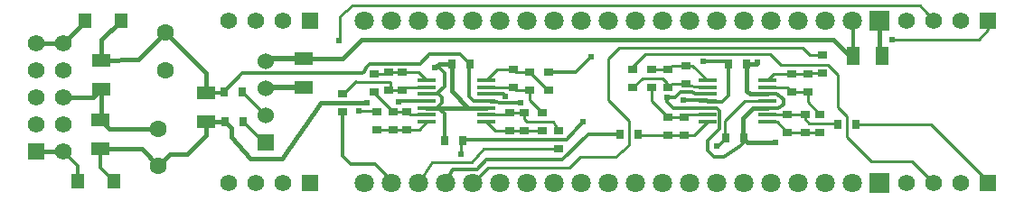
<source format=gtl>
G04 Layer: TopLayer*
G04 EasyEDA v6.5.51, 2025-08-29 13:17:01*
G04 9dbd3623970045be9e5ad1379a4f5d38,14c8f2514d444a3a831de9b613ea4171,10*
G04 Gerber Generator version 0.2*
G04 Scale: 100 percent, Rotated: No, Reflected: No *
G04 Dimensions in millimeters *
G04 leading zeros omitted , absolute positions ,4 integer and 5 decimal *
%FSLAX45Y45*%
%MOMM*%

%AMMACRO1*21,1,$1,$2,0,0,$3*%
%ADD10C,0.2540*%
%ADD11C,0.3000*%
%ADD12C,0.4000*%
%ADD13C,0.5000*%
%ADD14R,0.9000X0.7000*%
%ADD15R,0.0174X0.7000*%
%ADD16R,0.7000X0.9000*%
%ADD17R,1.8000X1.1500*%
%ADD18R,1.1500X1.8000*%
%ADD19R,1.2000X1.4000*%
%ADD20R,1.7000X0.4000*%
%ADD21MACRO1,1.5748X1.5748X0.0000*%
%ADD22C,1.5748*%
%ADD23C,1.6000*%
%ADD24C,1.8000*%
%ADD25MACRO1,1.8X1.8X0.0000*%
%ADD26MACRO1,1.524X1.524X90.0000*%
%ADD27C,1.5240*%
%ADD28MACRO1,1.5748X1.5748X90.0000*%
%ADD29C,0.6200*%

%LPD*%
D10*
X3797287Y-1032601D02*
G01*
X3793385Y-1028700D01*
X3632200Y-1028700D01*
X3441700Y-368300D02*
G01*
X3454400Y-355600D01*
X3454387Y-139700D01*
X3568687Y-38100D01*
X8889987Y-38100D01*
X9017000Y-177800D01*
X6527800Y-808989D02*
G01*
X6515100Y-796289D01*
X6515100Y-762000D01*
X6477000Y-723900D01*
X6286487Y-723897D01*
X6197584Y-808898D01*
X6197584Y-638896D02*
G01*
X6197584Y-613425D01*
X6315709Y-495300D01*
X7810500Y-1057907D02*
G01*
X7810487Y-1104900D01*
X7848587Y-1143000D01*
X8106486Y-1143000D01*
X8119186Y-1155700D01*
D11*
X6074486Y-1244600D02*
G01*
X5778487Y-1244600D01*
X5537187Y-1485900D01*
X4825987Y-1485900D01*
X4737087Y-1574800D01*
X4508487Y-1574800D01*
X4445000Y-1701787D01*
X4605020Y-1303020D02*
G01*
X4613402Y-1295400D01*
X5575300Y-1295400D01*
X5727700Y-1130300D01*
D10*
X5499100Y-1380489D02*
G01*
X4800600Y-1380489D01*
X4686300Y-1511300D01*
X4318000Y-1511300D01*
X4191000Y-1701800D01*
X4605014Y-1303784D02*
G01*
X4584700Y-1324099D01*
X4584700Y-1435100D01*
X5180495Y-1040991D02*
G01*
X5181587Y-1104900D01*
X5206987Y-1130300D01*
X5452186Y-1130300D01*
X5499087Y-1210393D01*
D11*
X3937000Y-1701787D02*
G01*
X3937000Y-1676400D01*
X3784587Y-1524000D01*
X3555987Y-1524000D01*
X3479800Y-1447812D01*
X3479800Y-1037488D01*
X3479800Y-867486D02*
G01*
X3497394Y-867486D01*
X3606787Y-758093D01*
X8259671Y-508002D02*
G01*
X8259671Y-182481D01*
X8255000Y-177810D01*
D10*
X8623274Y-355600D02*
G01*
X9436087Y-355600D01*
X9524987Y-266700D01*
X9524987Y-177800D01*
X6894388Y-1130485D02*
G01*
X6771482Y-1253385D01*
X6680200Y-1253385D01*
D11*
X6515087Y-901700D02*
G01*
X6515087Y-939800D01*
X6575785Y-1000490D01*
X6894388Y-1000490D01*
X6894388Y-870496D02*
G01*
X6775983Y-870496D01*
X6756387Y-850900D01*
X6642087Y-850900D01*
X6591287Y-901700D01*
X6515087Y-901700D01*
X5003800Y-889000D02*
G01*
X4985296Y-870496D01*
X4825504Y-870496D01*
D10*
X4825504Y-740493D02*
G01*
X4927091Y-638914D01*
X5080000Y-638914D01*
D11*
X4435091Y-1303789D02*
G01*
X4432287Y-1300987D01*
X4432287Y-1054100D01*
X4378685Y-1000490D01*
X4265488Y-1000490D01*
X4265488Y-870496D02*
G01*
X4375683Y-870496D01*
X4406887Y-901700D01*
X4406887Y-952500D01*
X4358904Y-1000490D01*
X4265488Y-1000490D01*
X4265488Y-870496D02*
G01*
X4361891Y-870496D01*
X4432287Y-800100D01*
X4432287Y-673100D01*
X4381487Y-622300D01*
X4343400Y-622300D01*
X6894388Y-935489D02*
G01*
X6898693Y-939800D01*
X7035787Y-939800D01*
X7090481Y-885098D01*
X7090481Y-584200D01*
X6894388Y-935489D02*
G01*
X6885998Y-927100D01*
X6667474Y-927100D01*
X4000500Y-939800D02*
G01*
X4004815Y-935489D01*
X4265488Y-935489D01*
X2366086Y-850900D02*
G01*
X2361384Y-855601D01*
X2197100Y-855601D01*
X7090481Y-584200D02*
G01*
X7065081Y-558800D01*
X6857987Y-558800D01*
X6985000Y-1358900D02*
G01*
X6997687Y-1358900D01*
X7065086Y-1291501D01*
X7065086Y-1282700D01*
X4825491Y-935481D02*
G01*
X4825491Y-935481D01*
X4965689Y-952497D01*
X5143500Y-952500D01*
X4669688Y-584200D02*
G01*
X4660887Y-593001D01*
X4660887Y-889000D01*
X4707384Y-935489D01*
X4825504Y-935489D01*
D10*
X8289188Y-1155700D02*
G01*
X8991587Y-1155700D01*
X9524987Y-1689100D01*
X6894388Y-805494D02*
G01*
X6769087Y-800100D01*
X6692900Y-770811D01*
X6527800Y-808885D02*
G01*
X6565874Y-770811D01*
X6692900Y-770811D01*
X6894388Y-1065491D02*
G01*
X6698096Y-1065491D01*
X6680200Y-1083388D01*
X3911600Y-834285D02*
G01*
X3924287Y-821598D01*
X3924287Y-758093D01*
X3606787Y-758093D01*
X4038600Y-834288D02*
G01*
X4067393Y-805494D01*
X4265488Y-805494D01*
X3911600Y-834285D02*
G01*
X3911602Y-834288D01*
X4038600Y-834288D01*
X2548793Y-1130300D02*
G01*
X2726593Y-1308100D01*
X2755900Y-1308100D01*
X2536093Y-850900D02*
G01*
X2739293Y-1054100D01*
X2755900Y-1054100D01*
X3949700Y-1032588D02*
G01*
X3771900Y-854788D01*
X3771900Y-846988D01*
X3949700Y-1202585D02*
G01*
X3797325Y-1202585D01*
X4076700Y-1032588D02*
G01*
X3949700Y-1032588D01*
X4076700Y-1202585D02*
G01*
X3949700Y-1202585D01*
X4265488Y-1130485D02*
G01*
X4193382Y-1202585D01*
X4076700Y-1202585D01*
X4265488Y-1065491D02*
G01*
X4109603Y-1065491D01*
X4076700Y-1032588D01*
X3911600Y-664288D02*
G01*
X3898902Y-676986D01*
X3771900Y-676986D01*
X4038600Y-664286D02*
G01*
X4038597Y-664288D01*
X3911600Y-664288D01*
X4265488Y-740493D02*
G01*
X4189280Y-664286D01*
X4038600Y-664286D01*
X5345595Y-1040991D02*
G01*
X5232400Y-927793D01*
X5232400Y-834285D01*
X5180495Y-1210995D02*
G01*
X5345595Y-1210995D01*
X5080000Y-638914D02*
G01*
X5105374Y-664288D01*
X5232400Y-664288D01*
X5080000Y-808911D02*
G01*
X5105374Y-834285D01*
X5232400Y-834285D01*
X5040795Y-1040991D02*
G01*
X5180495Y-1040991D01*
X5040795Y-1210990D02*
G01*
X5180495Y-1210995D01*
X4825504Y-1130485D02*
G01*
X4906007Y-1210990D01*
X5040795Y-1210990D01*
X4825504Y-1065491D02*
G01*
X5016301Y-1065491D01*
X5040795Y-1040991D01*
X4825504Y-805494D02*
G01*
X5076576Y-805494D01*
X5080000Y-808911D01*
X6527800Y-1083388D02*
G01*
X6375400Y-930988D01*
X6375400Y-808885D01*
X6244488Y-1244600D02*
G01*
X6253274Y-1253385D01*
X6527800Y-1253385D01*
X6527800Y-638888D02*
G01*
X6375400Y-638888D01*
X7065086Y-1282700D02*
G01*
X7061187Y-1278801D01*
X7061187Y-1117600D01*
X7243290Y-935489D01*
X7454404Y-935489D01*
X7950187Y-1058001D02*
G01*
X7835874Y-943688D01*
X7835874Y-846988D01*
X7810500Y-1228011D02*
G01*
X7950174Y-1228011D01*
X7645387Y-1227993D02*
G01*
X7547879Y-1130485D01*
X7454404Y-1130485D01*
X7645387Y-1227993D02*
G01*
X7810487Y-1227998D01*
X7645387Y-1057993D02*
G01*
X7810487Y-1057993D01*
X7454404Y-1065491D02*
G01*
X7461907Y-1057993D01*
X7645387Y-1057993D01*
X7454404Y-805494D02*
G01*
X7641981Y-805494D01*
X7683474Y-846988D01*
X7835874Y-846985D02*
G01*
X7683477Y-846985D01*
X7683474Y-846988D01*
X7683474Y-676986D02*
G01*
X7835872Y-676986D01*
X7835874Y-676988D01*
X7454404Y-740493D02*
G01*
X7517912Y-676986D01*
X7683474Y-676986D01*
X6680200Y-1253385D02*
G01*
X6527800Y-1253385D01*
X6680200Y-1083388D02*
G01*
X6527800Y-1083388D01*
X6527800Y-638888D02*
G01*
X6565874Y-600814D01*
X6692900Y-600814D01*
X6894388Y-740493D02*
G01*
X6754700Y-600814D01*
X6692900Y-600814D01*
X7975574Y-499211D02*
G01*
X7852511Y-499211D01*
X7785100Y-431800D01*
X6070600Y-431800D01*
X5969000Y-533400D01*
X5969000Y-927100D01*
X6159500Y-1117600D01*
X6159500Y-1346200D01*
X6034780Y-1460500D01*
X5702300Y-1460500D01*
X5600700Y-1562100D01*
X4838700Y-1562100D01*
X4699000Y-1701800D01*
X7835874Y-676986D02*
G01*
X7843674Y-669185D01*
X7975574Y-669185D01*
D12*
X1206500Y-1109598D02*
G01*
X1293497Y-1196596D01*
X1752600Y-1196596D01*
X8529673Y-508002D02*
G01*
X8509000Y-487329D01*
X8509000Y-177810D01*
X7260493Y-584200D02*
G01*
X7264387Y-588093D01*
X7264387Y-838200D01*
X7296683Y-870496D01*
X7454404Y-870496D01*
X7365984Y-571500D02*
G01*
X7353284Y-584200D01*
X7260488Y-584200D01*
X7235088Y-1282700D02*
G01*
X7226287Y-1273898D01*
X7226287Y-1092200D01*
X7317991Y-1000490D01*
X7454404Y-1000490D01*
D13*
X2755900Y-558800D02*
G01*
X2776606Y-538093D01*
X3111487Y-538093D01*
D12*
X8259572Y-508000D02*
G01*
X8229600Y-508000D01*
X8077200Y-355600D01*
X3657345Y-355600D01*
X3474974Y-537971D01*
X3111500Y-537971D01*
D11*
X7454391Y-1000505D02*
G01*
X7559293Y-1000505D01*
X7607284Y-965197D01*
X7607284Y-914397D01*
X7537958Y-870457D01*
X7454391Y-870457D01*
D10*
X6315709Y-495300D02*
G01*
X7480300Y-495300D01*
X7581900Y-596900D01*
X8026400Y-596900D01*
X8115300Y-685800D01*
X8115300Y-990600D01*
X8204200Y-1079500D01*
X8204200Y-1270000D01*
X8432800Y-1498600D01*
X8813800Y-1498600D01*
X9017000Y-1701800D01*
D11*
X5232400Y-664286D02*
G01*
X5402409Y-834296D01*
X5410189Y-834296D01*
X5410189Y-664293D02*
G01*
X5660293Y-664293D01*
X5803887Y-520700D01*
X1338402Y-1689100D02*
G01*
X1206500Y-1557197D01*
X1206500Y-1379598D01*
D12*
X4825504Y-1000490D02*
G01*
X4658085Y-1000490D01*
X4499686Y-842091D01*
X4499686Y-584200D01*
X4343400Y-622300D02*
G01*
X4381500Y-584200D01*
X4499686Y-584200D01*
X4825517Y-1000480D02*
G01*
X4265498Y-1000480D01*
X1206500Y-1379601D02*
G01*
X1600197Y-1384297D01*
X1752600Y-1546860D01*
X1752600Y-1546603D02*
G01*
X1864103Y-1435100D01*
X2019300Y-1435100D01*
X2197100Y-1257300D01*
X2197100Y-1125575D01*
X1206500Y-1109598D02*
G01*
X1219200Y-1096898D01*
X1219200Y-820798D01*
X1219200Y-820801D02*
G01*
X1142611Y-897389D01*
X862495Y-897389D01*
X1401902Y-177800D02*
G01*
X1219200Y-360502D01*
X1219200Y-550801D01*
X862507Y-389384D02*
G01*
X1061897Y-189994D01*
X1061897Y-177800D01*
X608495Y-389389D02*
G01*
X862495Y-389389D01*
X1219200Y-550798D02*
G01*
X1562097Y-546100D01*
X1816100Y-294639D01*
X1816100Y-294896D02*
G01*
X2197100Y-675896D01*
X2197100Y-855598D01*
X2378786Y-1130300D02*
G01*
X2374061Y-1125575D01*
X2197100Y-1125575D01*
X2378709Y-1130300D02*
G01*
X2438400Y-1189989D01*
X2438400Y-1270000D01*
X2616194Y-1473197D01*
X2908294Y-1473197D01*
X3276600Y-952500D01*
X3708400Y-952500D01*
D13*
X2755900Y-812800D02*
G01*
X2760604Y-808095D01*
X3111487Y-808095D01*
D11*
X4669688Y-584200D02*
G01*
X4580788Y-495300D01*
X4292600Y-495300D01*
X4203700Y-584200D01*
X3733800Y-584200D01*
X3695700Y-622300D01*
X3683000Y-660400D01*
X3657600Y-673100D01*
X2534914Y-673100D01*
X2366007Y-850900D01*
D12*
X7531074Y-1320800D02*
G01*
X7273193Y-1320800D01*
X7235093Y-1282700D01*
D11*
X7235190Y-1282700D02*
G01*
X7226300Y-1291589D01*
X7226300Y-1333500D01*
X7200900Y-1358900D01*
X7048500Y-1460500D01*
X6959600Y-1460500D01*
X6896100Y-1397000D01*
X6896100Y-1308100D01*
X7010400Y-1193800D01*
X7010400Y-1028700D01*
X6982206Y-1000505D01*
X6894322Y-1000505D01*
X998397Y-1689100D02*
G01*
X998397Y-1541271D01*
X862507Y-1405384D01*
D12*
X862495Y-1405389D02*
G01*
X608495Y-1405389D01*
D14*
G01*
X7810474Y-1057986D03*
G01*
X7810474Y-1227988D03*
G01*
X7835874Y-846988D03*
G01*
X7835874Y-676986D03*
D16*
G01*
X7065086Y-1282700D03*
G01*
X7235088Y-1282700D03*
G01*
X7090486Y-584200D03*
G01*
X7260488Y-584200D03*
D14*
G01*
X6527800Y-808888D03*
G01*
X6527800Y-638886D03*
G01*
X6527800Y-1083386D03*
G01*
X6527800Y-1253388D03*
G01*
X5180507Y-1040993D03*
G01*
X5180507Y-1210995D03*
G01*
X5232400Y-834288D03*
G01*
X5232400Y-664286D03*
D16*
G01*
X4669688Y-584200D03*
G01*
X4499686Y-584200D03*
G01*
X4605096Y-1303781D03*
G01*
X4435093Y-1303781D03*
D14*
G01*
X3911600Y-834288D03*
G01*
X3911600Y-664286D03*
G01*
X3949700Y-1032586D03*
G01*
X3949700Y-1202588D03*
D17*
G01*
X3111500Y-808101D03*
G01*
X3111500Y-538098D03*
G01*
X1219200Y-820801D03*
G01*
X1219200Y-550798D03*
D18*
G01*
X8259673Y-508000D03*
G01*
X8529675Y-508000D03*
D17*
G01*
X1206500Y-1379601D03*
G01*
X1206500Y-1109598D03*
G01*
X2197100Y-1125601D03*
G01*
X2197100Y-855598D03*
D19*
G01*
X1401902Y-177800D03*
G01*
X1061897Y-177800D03*
G01*
X998397Y-1689100D03*
G01*
X1338402Y-1689100D03*
D16*
G01*
X2536088Y-850900D03*
G01*
X2366086Y-850900D03*
G01*
X2548788Y-1130300D03*
G01*
X2378786Y-1130300D03*
D14*
G01*
X7645374Y-1227988D03*
G01*
X7645374Y-1057986D03*
G01*
X7683474Y-676986D03*
G01*
X7683474Y-846988D03*
D16*
G01*
X8119186Y-1155700D03*
G01*
X8289188Y-1155700D03*
D14*
G01*
X7950174Y-1057986D03*
G01*
X7950174Y-1227988D03*
G01*
X7975574Y-499211D03*
G01*
X7975574Y-669188D03*
G01*
X6692900Y-600786D03*
G01*
X6692900Y-770788D03*
G01*
X6680200Y-1253388D03*
G01*
X6680200Y-1083386D03*
G01*
X6197600Y-808888D03*
G01*
X6197600Y-638886D03*
G01*
X6375400Y-808888D03*
G01*
X6375400Y-638886D03*
D16*
G01*
X6074486Y-1244600D03*
G01*
X6244488Y-1244600D03*
D14*
G01*
X5040807Y-1210995D03*
G01*
X5040807Y-1040993D03*
G01*
X5080000Y-638886D03*
G01*
X5080000Y-808888D03*
G01*
X5499100Y-1210386D03*
G01*
X5499100Y-1380388D03*
G01*
X5345607Y-1040993D03*
G01*
X5345607Y-1210995D03*
G01*
X5410200Y-664286D03*
G01*
X5410200Y-834288D03*
G01*
X4038600Y-664286D03*
G01*
X4038600Y-834288D03*
G01*
X4076700Y-1202588D03*
G01*
X4076700Y-1032586D03*
G01*
X3479800Y-867486D03*
G01*
X3479800Y-1037488D03*
G01*
X3771900Y-846988D03*
G01*
X3771900Y-676986D03*
G01*
X3797300Y-1032586D03*
G01*
X3797300Y-1202588D03*
D20*
G01*
X7454417Y-1130477D03*
G01*
X7454417Y-1065479D03*
G01*
X7454417Y-1000480D03*
G01*
X7454417Y-935481D03*
G01*
X7454417Y-870483D03*
G01*
X7454417Y-805484D03*
G01*
X7454417Y-740486D03*
G01*
X6894398Y-740486D03*
G01*
X6894398Y-805484D03*
G01*
X6894398Y-870483D03*
G01*
X6894398Y-935481D03*
G01*
X6894398Y-1000480D03*
G01*
X6894398Y-1065479D03*
G01*
X6894398Y-1130477D03*
G01*
X4825517Y-1130477D03*
G01*
X4825517Y-1065479D03*
G01*
X4825517Y-1000480D03*
G01*
X4825517Y-935481D03*
G01*
X4825517Y-870483D03*
G01*
X4825517Y-805484D03*
G01*
X4825517Y-740486D03*
G01*
X4265498Y-740486D03*
G01*
X4265498Y-805484D03*
G01*
X4265498Y-870483D03*
G01*
X4265498Y-935481D03*
G01*
X4265498Y-1000480D03*
G01*
X4265498Y-1065479D03*
G01*
X4265498Y-1130477D03*
D21*
G01*
X3174994Y-1701797D03*
D22*
G01*
X2921000Y-1701800D03*
G01*
X2667000Y-1701800D03*
G01*
X2413000Y-1701800D03*
D21*
G01*
X3174994Y-177800D03*
D22*
G01*
X2921000Y-177800D03*
G01*
X2667000Y-177800D03*
G01*
X2413000Y-177800D03*
D23*
G01*
X1816100Y-644905D03*
G01*
X1816100Y-294894D03*
G01*
X1752600Y-1546605D03*
G01*
X1752600Y-1196594D03*
D24*
G01*
X3683000Y-1701800D03*
G01*
X3937000Y-1701800D03*
G01*
X4191000Y-1701800D03*
G01*
X4445000Y-1701800D03*
G01*
X4699000Y-1701800D03*
G01*
X4953000Y-1701800D03*
G01*
X5207000Y-1701800D03*
G01*
X5461000Y-1701800D03*
G01*
X5715000Y-1701800D03*
G01*
X5969000Y-1701800D03*
G01*
X6223000Y-1701800D03*
G01*
X6477000Y-1701800D03*
G01*
X6731000Y-1701800D03*
G01*
X6985000Y-1701800D03*
G01*
X7239000Y-1701800D03*
G01*
X7493000Y-1701800D03*
G01*
X7747000Y-1701800D03*
G01*
X8001000Y-1701800D03*
G01*
X8255000Y-1701800D03*
D25*
G01*
X8508987Y-1701797D03*
D21*
G01*
X9524982Y-177800D03*
D22*
G01*
X9270974Y-177800D03*
G01*
X9016974Y-177800D03*
G01*
X8762974Y-177800D03*
D21*
G01*
X9524982Y-1701797D03*
D22*
G01*
X9270974Y-1701800D03*
G01*
X9016974Y-1701800D03*
G01*
X8762974Y-1701800D03*
D26*
G01*
X2755894Y-1320797D03*
D27*
G01*
X2755900Y-1066800D03*
G01*
X2755900Y-812800D03*
G01*
X2755900Y-558800D03*
D22*
G01*
X862507Y-389381D03*
G01*
X608507Y-389381D03*
G01*
X862507Y-643381D03*
G01*
X608507Y-643381D03*
G01*
X862507Y-897381D03*
G01*
X608507Y-897381D03*
G01*
X862507Y-1151381D03*
G01*
X608507Y-1151381D03*
G01*
X862507Y-1405381D03*
D28*
G01*
X608497Y-1405392D03*
D24*
G01*
X3683000Y-177800D03*
G01*
X3937000Y-177800D03*
G01*
X4191000Y-177800D03*
G01*
X4445000Y-177800D03*
G01*
X4699000Y-177800D03*
G01*
X4953000Y-177800D03*
G01*
X5207000Y-177800D03*
G01*
X5461000Y-177800D03*
G01*
X5715000Y-177800D03*
G01*
X5969000Y-177800D03*
G01*
X6223000Y-177800D03*
G01*
X6477000Y-177800D03*
G01*
X6731000Y-177800D03*
G01*
X6985000Y-177800D03*
G01*
X7239000Y-177800D03*
G01*
X7493000Y-177800D03*
G01*
X7747000Y-177800D03*
G01*
X8001000Y-177800D03*
G01*
X8255000Y-177800D03*
D25*
G01*
X8508987Y-177800D03*
D29*
G01*
X4343400Y-622300D03*
G01*
X5003800Y-889000D03*
G01*
X4000500Y-939800D03*
G01*
X3708400Y-952500D03*
G01*
X6667474Y-927100D03*
G01*
X5727700Y-1130300D03*
G01*
X5143500Y-952500D03*
G01*
X6984974Y-1358900D03*
G01*
X3632200Y-1028700D03*
G01*
X3441700Y-368300D03*
G01*
X6857974Y-558800D03*
G01*
X5803900Y-520700D03*
G01*
X8623274Y-355600D03*
G01*
X6515074Y-901700D03*
G01*
X4584700Y-1435100D03*
G01*
X7531074Y-1320800D03*
G01*
X7365974Y-571500D03*
M02*

</source>
